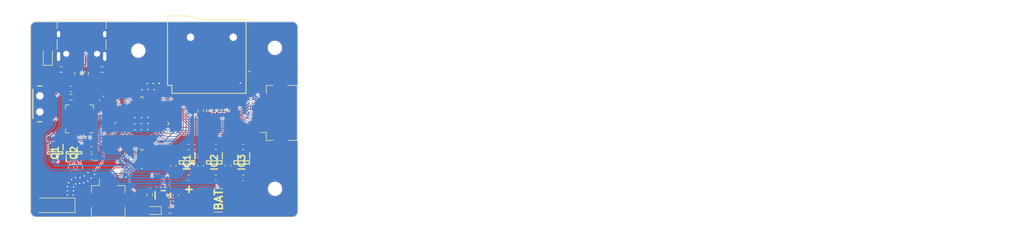
<source format=kicad_pcb>
(kicad_pcb (version 20240108) (generator "pcbnew") (generator_version "8.0")
  (layers (0 "F.Cu" signal) (31 "B.Cu" signal) (34 "B.Paste" user) (35 "F.Paste" user) (36 "B.SilkS" user "B.Silkscreen") (37 "F.SilkS" user "F.Silkscreen") (38 "B.Mask" user) (39 "F.Mask" user) (44 "Edge.Cuts" user))
  (net 0 "")
  (net 1 "Net-(AE1-A)")
  (net 2 "GND")
  (net 3 "/EN")
  (net 4 "+3.3V")
  (net 5 "/SENSOR_VP")
  (net 6 "/SENSOR_CAPP")
  (net 7 "/SENSOR_CAPN")
  (net 8 "/SENSOR_VM")
  (net 9 "/SENSOR_INT")
  (net 10 "/SENSOR_SDA")
  (net 11 "/SENSOR_SCL")
  (net 13 "/SD_MISO")
  (net 15 "/SD_CLK")
  (net 16 "/KEY_D")
  (net 17 "/SD_MOSI")
  (net 18 "/SD_CS")
  (net 19 "/LCD_DC")
  (net 20 "/GPIO_0")
  (net 21 "/LCD_RES")
  (net 22 "/FLASH_CS")
  (net 24 "/FLASH_SD0")
  (net 25 "/KEY_E")
  (net 26 "/KEY_U")
  (net 27 "/FLASH_SD2")
  (net 28 "/FLASH_CLK")
  (net 29 "/FLASH_SD3")
  (net 30 "/FLASH_SD1")
  (net 31 "/LCD_BLK")
  (net 32 "/LCD_CLK")
  (net 33 "/LCD_MOSI")
  (net 34 "/KEY_L")
  (net 36 "/U0RXD")
  (net 37 "/U0TXD")
  (net 38 "/KEY_R")
  (net 43 "+5V")
  (net 44 "/BAT_OUT")
  (net 45 "/SENSOR_VCC")
  (net 46 "/LCD_VCC")
  (net 47 "Net-(IC1-BYPASS)")
  (net 48 "Net-(IC2-BYPASS)")
  (net 49 "Net-(IC3-BYPASS)")
  (net 50 "Net-(D1-A)")
  (net 51 "Net-(J1-CC1)")
  (net 52 "Net-(J1-D+-PadA6)")
  (net 53 "Net-(J1-D--PadA7)")
  (net 55 "Net-(J1-CC2)")
  (net 57 "Net-(Q1-B)")
  (net 58 "/RTS")
  (net 59 "Net-(Q2-B)")
  (net 60 "/DTR")
  (net 61 "Net-(U2-~{RST})")
  (net 62 "/USB_DN")
  (net 63 "/USB_DP")
  (net 86 "/BAT+")
  (net 87 "Net-(D2-K)")
  (net 88 "Net-(D2-A)")
  (net 89 "Net-(U3-PROG)")
  (net 90 "/LCD_CS")
  (net 91 "/LCD_TE")
  (net 93 "/SENSOR_LED")
  (footprint "Resistor_SMD:R_0603_1608Metric" (layer "F.Cu") (at 32.839041 47.130152 180)
    (property "Reference" "R4" (hide yes))
    (property "Value" "12K" (hide yes))
  )
  (footprint "Library:SOT95P280X145-5N" (layer "F.Cu") (at 68.059041 51.590152 -90)
    (property "Reference" "IC3")
    (property "Value" "LP2992IM5-3.3" (hide yes))
  )
  (footprint "Resistor_SMD:R_0603_1608Metric" (layer "F.Cu") (at 60.399041 41.895152 -90)
    (property "Reference" "R9" (hide yes))
    (property "Value" "10K" (hide yes))
  )
  (footprint "Resistor_SMD:R_0603_1608Metric" (layer "F.Cu") (at 37.324041 34.940152 -90)
    (property "Reference" "R7" (hide yes))
    (property "Value" "22R" (hide yes))
  )
  (footprint "Capacitor_SMD:C_0603_1608Metric" (layer "F.Cu") (at 65.499041 52.210152 90)
    (property "Reference" "C14" (hide yes))
    (property "Value" "0.01uF" (hide yes))
  )
  (footprint "Resistor_SMD:R_0603_1608Metric" (layer "F.Cu") (at 62.039041 41.895152 -90)
    (property "Reference" "R10" (hide yes))
    (property "Value" "10K" (hide yes))
  )
  (footprint "Capacitor_SMD:C_0603_1608Metric" (layer "F.Cu") (at 55.725541 57.719152 -90)
    (property "Reference" "C15" (hide yes))
    (property "Value" "10uF" (hide yes))
  )
  (footprint "kicad_lceda1:TF卡槽" (layer "F.Cu") (at 61.529041 33.500152 180)
    (property "Reference" "TF1" (hide yes))
    (property "Value" "TF卡槽" (hide yes))
  )
  (footprint "Resistor_SMD:R_0603_1608Metric" (layer "F.Cu") (at 54.624041 60.590152)
    (property "Reference" "R13" (hide yes))
    (property "Value" "10K" (hide yes))
  )
  (footprint "Capacitor_SMD:C_0603_1608Metric" (layer "F.Cu") (at 63.234041 48.705152 180)
    (property "Reference" "C7" (hide yes))
    (property "Value" "1uF" (hide yes))
  )
  (footprint "Resistor_SMD:R_2816_7142Metric_Pad3.20x4.45mm_HandSolder" (layer "F.Cu") (at 63.679041 58.695152)
    (property "Reference" "J4" (hide yes))
    (property "Value" "BattaryPack_18650" (hide yes))
  )
  (footprint "MountingHole:MountingHole_2.2mm_M2" (layer "F.Cu") (at 74.309041 56.530152)
    (property "Reference" "H3" (hide yes))
    (property "Value" "MountingHole" (hide yes))
  )
  (footprint "Library:SOT95P280X145-5N" (layer "F.Cu") (at 57.819041 51.590152 -90)
    (property "Reference" "IC1")
    (property "Value" "LP2992IM5-3.3" (hide yes))
  )
  (footprint "Package_DFN_QFN:QFN-28-1EP_5x5mm_P0.5mm_EP3.35x3.35mm" (layer "F.Cu") (at 37.689041 43.430152 180)
    (property "Reference" "U2" (hide yes))
    (property "Value" "CP2102N-Axx-xQFN28" (hide yes))
  )
  (footprint "Resistor_SMD:R_0603_1608Metric" (layer "F.Cu") (at 65.319041 41.895152 -90)
    (property "Reference" "R12" (hide yes))
    (property "Value" "10K" (hide yes))
  )
  (footprint "Capacitor_SMD:C_0603_1608Metric" (layer "F.Cu") (at 63.234041 54.475152 180)
    (property "Reference" "C10" (hide yes))
    (property "Value" "1uF" (hide yes))
  )
  (footprint "Capacitor_SMD:C_0603_1608Metric" (layer "F.Cu") (at 36.059041 37.840152)
    (property "Reference" "C4" (hide yes))
    (property "Value" "0.1uF" (hide yes))
  )
  (footprint "Capacitor_SMD:C_0603_1608Metric" (layer "F.Cu") (at 68.354041 54.475152 180)
    (property "Reference" "C11" (hide yes))
    (property "Value" "1uF" (hide yes))
  )
  (footprint "Capacitor_SMD:C_0603_1608Metric" (layer "F.Cu") (at 58.114041 54.475152 180)
    (property "Reference" "C9" (hide yes))
    (property "Value" "1uF" (hide yes))
  )
  (footprint "Library:SOT95P280X145-5N" (layer "F.Cu") (at 62.939041 51.590152 -90)
    (property "Reference" "IC2")
    (property "Value" "LP2992IM5-3.3" (hide yes))
  )
  (footprint "RF_Antenna:Johanson_2450AT43F0100" (layer "F.Cu") (at 33.146541 59.620152 180)
    (property "Reference" "AE1" (hide yes))
    (property "Value" "Antenna_Shield" (hide yes))
  )
  (footprint "Package_DFN_QFN:QFN-48-1EP_7x7mm_P0.5mm_EP5.3x5.3mm" (layer "F.Cu") (at 49.379041 44.300009 45)
    (property "Reference" "U1" (hide yes))
    (property "Value" "ESP32-PICO-D4" (hide yes))
  )
  (footprint "Capacitor_SMD:C_0603_1608Metric" (layer "F.Cu") (at 60.379041 52.210152 90)
    (property "Reference" "C13" (hide yes))
    (property "Value" "0.01uF" (hide yes))
  )
  (footprint "LED_SMD:LED_0603_1608Metric" (layer "F.Cu") (at 51.519041 60.610152 180)
    (property "Reference" "D2" (hide yes))
    (property "Value" "LED" (hide yes))
  )
  (footprint "Connector_FFC-FPC:Hirose_FH12-14S-0.5SH_1x14-1MP_P0.50mm_Horizontal" (layer "F.Cu") (at 73.969041 42.320152 90)
    (property "Reference" "J2" (hide yes))
    (property "Value" "LCD&KEYS" (hide yes))
  )
  (footprint "Capacitor_SMD:C_0603_1608Metric" (layer "F.Cu") (at 53.314041 55.100152)
    (property "Reference" "C16" (hide yes))
    (property "Value" "1uF" (hide yes))
  )
  (footprint "Resistor_SMD:R_0603_1608Metric" (layer "F.Cu") (at 36.939041 52.480152)
    (property "Reference" "R3" (hide yes))
    (property "Value" "12K" (hide yes))
  )
  (footprint "Library:SOT95P240X115-3N" (layer "F.Cu") (at 33.109041 49.800152 -90)
    (property "Reference" "Q1")
    (property "Value" "S8050" (hide yes))
  )
  (footprint "MountingHole:MountingHole_2.2mm_M2" (layer "F.Cu") (at 48.709041 30.660152)
    (property "Reference" "H1" (hide yes))
    (property "Value" "MountingHole" (hide yes))
  )
  (footprint "Capacitor_SMD:C_0603_1608Metric" (layer "F.Cu") (at 58.114041 48.705152 180)
    (property "Reference" "C8" (hide yes))
    (property "Value" "1uF" (hide yes))
  )
  (footprint "kicad_lceda1:SOT-23-5_L2.9-W1.6-P0.95-LS2.8-BL" (layer "F.Cu") (at 53.369041 57.760152)
    (property "Reference" "U3" (hide yes))
    (property "Value" "TP4055-42-SOT25-R" (hide yes))
  )
  (footprint "Library:SOT95P240X115-3N" (layer "F.Cu") (at 36.669041 49.800152 90)
    (property "Reference" "Q2")
    (property "Value" "S8050" (hide yes))
  )
  (footprint "Resistor_SMD:R_0603_1608Metric" (layer "F.Cu") (at 36.054041 39.370152 180)
    (property "Reference" "R2" (hide yes))
    (property "Value" "10K" (hide yes))
  )
  (footprint "Capacitor_SMD:C_0603_1608Metric" (layer "F.Cu") (at 41.809041 39.600152 -45)
    (property "Reference" "C5" (hide yes))
    (property "Value" "0.1uF" (hide yes))
  )
  (footprint "Resistor_SMD:R_0603_1608Metric" (layer "F.Cu") (at 38.844041 34.940152 -90)
    (property "Reference" "R8" (hide yes))
    (property "Value" "22R" (hide yes))
  )
  (footprint "SamacSys_Parts:SSSS811101" (layer "F.Cu") (at 30.259041 40.630152 -90)
    (property "Reference" "S1" (hide yes))
    (property "Value" "SSSS811101" (hide yes))
  )
  (footprint "MountingHole:MountingHole_2.2mm_M2" (layer "F.Cu") (at 74.279041 30.130152)
    (property "Reference" "H2" (hide yes))
    (property "Value" "MountingHole" (hide yes))
  )
  (footprint "Resistor_SMD:R_0603_1608Metric" (layer "F.Cu") (at 63.679041 41.895152 -90)
    (property "Reference" "R11" (hide yes))
    (property "Value" "10K" (hide yes))
  )
  (footprint "Capacitor_SMD:C_0603_1608Metric" (layer "F.Cu") (at 39.939041 50.640152 180)
    (property "Reference" "C2" (hide yes))
    (property "Value" "10uF" (hide yes))
  )
  (footprint "Capacitor_SMD:C_0603_1608Metric" (layer "F.Cu") (at 39.939041 49.130152 180)
    (property "Reference" "C3" (hide yes))
    (property "Value" "0.1uF" (hide yes))
  )
  (footprint "Diode_SMD:D_SOD-323" (layer "F.Cu") (at 31.749041 31.797652 90)
    (property "Reference" "D1" (hide yes))
    (property "Value" "1N4148WS" (hide yes))
  )
  (footprint "Resistor_SMD:R_0603_1608Metric" (layer "F.Cu") (at 41.934041 34.195152)
    (property "Reference" "R5" (hide yes))
    (property "Value" "5K1" (hide yes))
  )
  (footprint "Capacitor_SMD:C_0603_1608Metric" (layer "F.Cu") (at 68.354041 48.705152 180)
    (property "Reference" "C6" (hide yes))
    (property "Value" "1uF" (hide yes))
  )
  (footprint "Resistor_SMD:R_0603_1608Metric" (layer "F.Cu") (at 50.845541 57.644152 -90)
    (property "Reference" "R14" (hide yes))
    (property "Value" "1.66K" (hide yes))
  )
  (footprint "Resistor_SMD:R_0603_1608Metric" (layer "F.Cu") (at 34.249041 34.185152 180)
    (property "Reference" "R6" (hide yes))
    (property "Value" "5K1" (hide yes))
  )
  (footprint "Resistor_SMD:R_0603_1608Metric" (layer "F.Cu") (at 46.888103 50.649984 45)
    (property "Reference" "R1" (hide yes))
    (property "Value" "10K" (hide yes))
  )
  (footprint "Connector_FFC-FPC:Hirose_FH12-6S-0.5SH_1x06-1MP_P0.50mm_Horizontal" (layer "F.Cu") (at 43.059041 57.240152)
    (property "Reference" "J3" (hide yes))
    (property "Value" "Sensor_Connector" (hide yes))
  )
  (footprint "Capacitor_SMD:C_0603_1608Metric" (layer "F.Cu") (at 45.791111 49.586976 -135)
    (property "Reference" "C1" (hide yes))
    (property "Value" "0.1uF" (hide yes))
  )
  (footprint "Connector_USB:USB_C_Receptacle_XKB_U262-16XN-4BVC11" (layer "F.Cu") (at 38.089041 28.645152 180)
    (property "Reference" "J1" (hide yes))
    (property "Value" "USB_C_Receptacle" (hide yes))
  )
  (footprint "Capacitor_SMD:C_0603_1608Metric" (layer "F.Cu") (at 55.259041 52.210152 90)
    (property "Reference" "C12" (hide yes))
    (property "Value" "0.01uF" (hide yes))
  )
  (gr_arc (start 28.536148 26.277259) (mid 28.829039 25.570149) (end 29.536148 25.277259) (stroke (width 0.1)) (layer "Edge.Cuts"))
  (gr_arc (start 29.536148 61.777257) (mid 28.829034 61.484369) (end 28.536148 60.777257) (stroke (width 0.1)) (layer "Edge.Cuts"))
  (gr_line (start 29.536148 25.277259) (end 77.536146 25.277259) (stroke (width 0.1)) (layer "Edge.Cuts"))
  (gr_line (start 77.546934 61.788045) (end 29.536148 61.777257) (stroke (width 0.1)) (layer "Edge.Cuts"))
  (gr_arc (start 77.536146 25.277259) (mid 78.243238 25.570166) (end 78.536146 26.277259) (stroke (width 0.1)) (layer "Edge.Cuts"))
  (gr_arc (start 78.546934 60.788045) (mid 78.254062 61.495199) (end 77.546934 61.788045) (stroke (width 0.1)) (layer "Edge.Cuts"))
  (gr_line (start 28.536148 60.777257) (end 28.536148 26.277259) (stroke (width 0.1)) (layer "Edge.Cuts"))
  (gr_line (start 78.536146 26.277259) (end 78.546934 60.788045) (stroke (width 0.1)) (layer "Edge.Cuts"))
  (gr_text "+" (at 57.079041 57.420152 0) (layer "F.SilkS") (effects (font (size 1.5 1.5) (thickness 0.3) (bold yes)) (justify left bottom)))
  (gr_text "BAT" (at 64.629041 60.770152 90) (layer "F.SilkS") (effects (font (size 1.5 1.5) (thickness 0.3) (bold yes)) (justify left bottom)))
  (segment (start 37.889914 54.980152) (end 37.33301 54.980152) (width 0.15) (layer "F.Cu") (net 1))
  (segment (start 40.709041 52.930152) (end 40.699065 52.939201) (width 0.15) (layer "F.Cu") (net 1))
  (segment (start 35.996541 56.161457) (end 35.996541 59.620152) (width 0.15) (layer "F.Cu") (net 1))
  (segment (start 42.169041 50.545494) (end 42.169041 48.971638) (width 0.15) (layer "F.Cu") (net 1))
  (segment (start 41.515207 52.123987) (end 40.709041 52.930152) (width 0.15) (layer "F.Cu") (net 1))
  (segment (start 36.319041 55.400152) (end 36.306823 55.41237) (width 0.15) (layer "F.Cu") (net 1))
  (segment (start 45.348532 45.148537) (end 42.624142 47.872927) (width 0.15) (layer "F.Cu") (net 1))
  (segment (start 40.699065 52.939201) (end 39.201314 54.436952) (width 0.15) (layer "F.Cu") (net 1))
  (arc (start 37.33301 54.980152) (mid 36.784254 55.089306) (end 36.319041 55.400152) (width 0.15) (layer "F.Cu") (net 1))
  (arc (start 42.624142 47.872927) (mid 42.287318 48.37702) (end 42.169041 48.971638) (width 0.15) (layer "F.Cu") (net 1))
  (arc (start 36.306823 55.41237) (mid 36.077181 55.756054) (end 35.996541 56.161457) (width 0.15) (layer "F.Cu") (net 1))
  (arc (start 39.201314 54.436952) (mid 38.599639 54.838979) (end 37.889914 54.980152) (width 0.15) (layer "F.Cu") (net 1))
  (arc (start 42.169041 50.545494) (mid 41.999115 51.399768) (end 41.515207 52.123987) (width 0.15) (layer "F.Cu") (net 1))
  (via (at 38.604041 54.120152) (size 0.45) (drill 0.25) (layers "F.Cu" "B.Cu") (net 2))
  (via (at 35.654041 55.395152) (size 0.45) (drill 0.25) (layers "F.Cu" "B.Cu") (net 2))
  (via (at 39.854041 54.520152) (size 0.45) (drill 0.25) (layers "F.Cu" "B.Cu") (net 2))
  (via (at 35.429041 57.695152) (size 0.45) (drill 0.25) (layers "F.Cu" "B.Cu") (net 2))
  (via (at 36.579041 56.170152) (size 0.45) (drill 0.25) (layers "F.Cu" "B.Cu") (net 2))
  (via (at 36.529041 57.695152) (size 0.45) (drill 0.25) (layers "F.Cu" "B.Cu") (net 2))
  (via (at 40.504041 53.845152) (size 0.45) (drill 0.25) (layers "F.Cu" "B.Cu") (net 2))
  (via (at 52.604041 36.795152) (size 0.45) (drill 0.25) (layers "F.Cu" "B.Cu") (net 2))
  (via (at 46.379041 54.345152) (size 0.45) (drill 0.25) (layers "F.Cu" "B.Cu") (net 2))
  (via (at 49.279041 45.470152) (size 0.45) (drill 0.25) (layers "F.Cu" "B.Cu") (net 2))
  (via (at 36.554041 56.920152) (size 0.45) (drill 0.25) (layers "F.Cu" "B.Cu") (net 2))
  (via (at 38.479041 55.420152) (size 0.45) (drill 0.25) (layers "F.Cu" "B.Cu") (net 2))
  (via (at 49.279041 44.320152) (size 0.45) (drill 0.25) (layers "F.Cu" "B.Cu") (net 2))
  (via (at 49.429041 37.995152) (size 0.45) (drill 0.25) (layers "F.Cu" "B.Cu") (net 2))
  (via (at 49.304041 43.195152) (size 0.45) (drill 0.25) (layers "F.Cu" "B.Cu") (net 2))
  (via (at 51.529041 36.820152) (size 0.45) (drill 0.25) (layers "F.Cu" "B.Cu") (net 2))
  (via (at 69.504041 34.570152) (size 0.45) (drill 0.25) (layers "F.Cu" "B.Cu") (net 2))
  (via (at 39.254041 55.095152) (size 0.45) (drill 0.25) (layers "F.Cu" "B.Cu") (net 2))
  (via (at 51.704041 37.970152) (size 0.45) (drill 0.25) (layers "F.Cu" "B.Cu") (net 2))
  (via (at 39.279041 53.495152) (size 0.45) (drill 0.25) (layers "F.Cu" "B.Cu") (net 2))
  (via (at 36.954041 54.495152) (size 0.45) (drill 0.25) (layers "F.Cu" "B.Cu") (net 2))
  (via (at 48.004041 44.345152) (size 0.45) (drill 0.25) (layers "F.Cu" "B.Cu") (net 2))
  (via (at 49.329041 52.720152) (size 0.45) (drill 0.25) (layers "F.Cu" "B.Cu") (net 2))
  (via (at 50.479041 44.295152) (size 0.45) (drill 0.25) (layers "F.Cu" "B.Cu") (net 2))
  (via (at 50.529041 37.945152) (size 0.45) (drill 0.25) (layers "F.Cu" "B.Cu") (net 2))
  (via (at 50.404041 36.820152) (size 0.45) (drill 0.25) (layers "F.Cu" "B.Cu") (net 2))
  (via (at 37.704041 55.520152) (size 0.45) (drill 0.25) (layers "F.Cu" "B.Cu") (net 2))
  (via (at 36.204041 54.795152) (size 0.45) (drill 0.25) (layers "F.Cu" "B.Cu") (net 2))
  (via (at 37.804041 54.420152) (size 0.45) (drill 0.25) (layers "F.Cu" "B.Cu") (net 2))
  (via (at 48.004041 45.495152) (size 0.45) (drill 0.25) (layers "F.Cu" "B.Cu") (net 2))
  (via (at 35.454041 56.120152) (size 0.45) (drill 0.25) (layers "F.Cu" "B.Cu") (net 2))
  (via (at 67.829041 36.745152) (size 0.45) (drill 0.25) (layers "F.Cu" "B.Cu") (net 2))
  (via (at 50.504041 43.170152) (size 0.45) (drill 0.25) (layers "F.Cu" "B.Cu") (net 2))
  (via (at 36.954041 55.620152) (size 0.45) (drill 0.25) (layers "F.Cu" "B.Cu") (net 2))
  (via (at 50.479041 45.445152) (size 0.45) (drill 0.25) (layers "F.Cu" "B.Cu") (net 2))
  (via (at 48.029041 43.220152) (size 0.45) (drill 0.25) (layers "F.Cu" "B.Cu") (net 2))
  (via (at 35.429041 56.920152) (size 0.45) (drill 0.25) (layers "F.Cu" "B.Cu") (net 2))
  (via (at 52.604041 36.795152) (size 0.45) (drill 0.25) (layers "F.Cu" "B.Cu") (net 2))
  (segment (start 47.823406 47.623411) (end 47.186665 48.260152) (width 0.15) (layer "F.Cu") (net 3))
  (segment (start 33.139041 50.900152) (end 33.629041 51.390152) (width 0.15) (layer "F.Cu") (net 3))
  (segment (start 47.471466 50.066621) (end 46.443813 49.038968) (width 0.15) (layer "F.Cu") (net 3))
  (segment (start 46.443813 49.038968) (end 46.339119 49.038968) (width 0.15) (layer "F.Cu") (net 3))
  (segment (start 44.958595 51.480152) (end 46.339119 50.099628) (width 0.15) (layer "F.Cu") (net 3))
  (segment (start 44.799041 51.480152) (end 44.958595 51.480152) (width 0.15) (layer "F.Cu") (net 3))
  (segment (start 47.117935 48.260152) (end 46.339119 49.038968) (width 0.15) (layer "F.Cu") (net 3))
  (segment (start 46.339119 50.099628) (end 46.339119 49.038968) (width 0.15) (layer "F.Cu") (net 3))
  (segment (start 47.186665 48.260152) (end 47.117935 48.260152) (width 0.15) (layer "F.Cu") (net 3))
  (segment (start 33.109041 50.900152) (end 33.139041 50.900152) (width 0.15) (layer "F.Cu") (net 3))
  (via (at 44.799041 51.480152) (size 0.45) (drill 0.25) (layers "F.Cu" "B.Cu") (net 3))
  (via (at 33.629041 51.390152) (size 0.45) (drill 0.25) (layers "F.Cu" "B.Cu") (net 3))
  (segment (start 33.629041 51.390152) (end 44.709041 51.390152) (width 0.15) (layer "B.Cu") (net 3))
  (segment (start 44.709041 51.390152) (end 44.799041 51.480152) (width 0.15) (layer "B.Cu") (net 3))
  (segment (start 64.669041 38.960152) (end 64.669041 41.105152) (width 0.15) (layer "F.Cu") (net 4))
  (segment (start 46.291131 45.620152) (end 46.055639 45.855644) (width 0.15) (layer "F.Cu") (net 4))
  (segment (start 47.167628 42.442149) (end 46.762746 42.037267) (width 0.15) (layer "F.Cu") (net 4))
  (segment (start 48.204041 39.235922) (end 48.204041 37.370152) (width 0.2) (layer "F.Cu") (net 4))
  (segment (start 63.404041 42.020152) (end 63.404041 42.445152) (width 0.3) (layer "F.Cu") (net 4))
  (segment (start 46.055639 45.855644) (end 44.479041 47.432242) (width 0.15) (layer "F.Cu") (net 4))
  (segment (start 58.769041 54.355152) (end 58.889041 54.475152) (width 0.3) (layer "F.Cu") (net 4))
  (segment (start 45.946392 43.737504) (end 44.994979 44.688917) (width 0.15) (layer "F.Cu") (net 4))
  (segment (start 49.05208 40.561107) (end 47.476038 42.137149) (width 0.15) (layer "F.Cu") (net 4))
  (segment (start 71.129041 39.070152) (end 71.104041 39.045152) (width 0.15) (layer "F.Cu") (net 4))
  (segment (start 45.946392 43.342233) (end 45.946392 43.737504) (width 0.15) (layer "F.Cu") (net 4))
  (segment (start 64.779041 36.795152) (end 64.779041 38.850152) (width 0.2) (layer "F.Cu") (net 4))
  (segment (start 48.204041 37.370152) (end 49.554041 36.020152) (width 0.2) (layer "F.Cu") (net 4))
  (segment (start 59.479041 42.770152) (end 60.349041 42.770152) (width 0.3) (layer "F.Cu") (net 4))
  (segment (start 49.05208 40.083961) (end 49.05208 40.561107) (width 0.15) (layer "F.Cu") (net 4))
  (segment (start 40.714041 49.130152) (end 40.714041 50.640152) (width 0.15) (layer "F.Cu") (net 4))
  (segment (start 65.254041 41.895152) (end 65.254041 42.655152) (width 0.3) (layer "F.Cu") (net 4))
  (segment (start 69.754041 39.770152) (end 68.269041 39.770152) (width 0.3) (layer "F.Cu") (net 4))
  (segment (start 62.039041 42.720152) (end 62.039041 42.260152) (width 0.3) (layer "F.Cu") (net 4))
  (segment (start 45.702086 43.097927) (end 45.946392 43.342233) (width 0.15) (layer "F.Cu") (net 4))
  (segment (start 41.454041 48.320152) (end 41.004041 48.320152) (width 0.15) (layer "F.Cu") (net 4))
  (segment (start 60.399041 42.720152) (end 62.039041 42.720152) (width 0.3) (layer "F.Cu") (net 4))
  (segment (start 45.870099 45.334078) (end 45.702086 45.502091) (width 0.15) (layer "F.Cu") (net 4))
  (segment (start 44.994979 44.794984) (end 45.162993 44.62697) (width 0.15) (layer "F.Cu") (net 4))
  (segment (start 64.669041 41.105152) (end 63.754041 42.020152) (width 0.15) (layer "F.Cu") (net 4))
  (segment (start 44.479041 47.995152) (end 44.479041 48.370152) (width 0.15) (layer "F.Cu") (net 4))
  (segment (start 45.8701 43.265941) (end 46.347246 43.265941) (width 0.15) (layer "F.Cu") (net 4))
  (segment (start 51.777737 46.345152) (end 51.329041 46.345152) (width 0.15) (layer "F.Cu") (net 4))
  (segment (start 51.995336 46.562751) (end 51.777737 46.345152) (width 0.15) (layer "F.Cu") (net 4))
  (segment (start 51.329041 46.345152) (end 49.404041 48.270152) (width 0.15) (layer "F.Cu") (net 4))
  (segment (start 58.769041 52.840152) (end 58.769041 51.955152) (width 0.3) (layer "F.Cu") (net 4))
  (segment (start 45.870099 44.84121) (end 45.870099 45.334078) (width 0.15) (layer "F.Cu") (net 4))
  (segment (start 63.404041 42.445152) (end 63.679041 42.720152) (width 0.3) (layer "F.Cu") (net 4))
  (segment (start 44.994979 44.688917) (end 44.994979 44.794984) (width 0.15) (layer "F.Cu") (net 4))
  (segment (start 47.154041 50.845152) (end 46.765846 51.233347) (width 0.15) (layer "F.Cu") (net 4))
  (segment (start 47.171038 42.442149) (end 47.167628 42.442149) (width 0.15) (layer "F.Cu") (net 4))
  (segment (start 45.162993 44.62697) (end 45.655859 44.62697) (width 0.15) (layer "F.Cu") (net 4))
  (segment (start 58.769041 52.840152) (end 58.769041 54.355152) (width 0.3) (layer "F.Cu") (net 4))
  (segment (start 44.994979 44.794984) (end 44.979209 44.794984) (width 0.15) (layer "F.Cu") (net 4))
  (segment (start 40.714041 48.610152) (end 40.714041 49.130152) (width 0.15) (layer "F.Cu") (net 4))
  (segment (start 46.765846 51.233347) (end 46.30474 51.233347) (width 0.15) (layer "F.Cu") (net 4))
  (segment (start 44.479041 48.370152) (end 45.279041 49.170152) (width 0.15) (layer "F.Cu") (net 4))
  (segment (start 63.754041 42.020152) (end 63.404041 42.020152) (width 0.15) (layer "F.Cu") (net 4))
  (segment (start 58.769041 51.955152) (end 58.954041 51.770152) (width 0.3) (layer "F.Cu") (net 4))
  (segment (start 49.554041 36.020152) (end 64.004041 36.020152) (width 0.2) (layer "F.Cu") (net 4))
  (segment (start 45.702086 43.097927) (end 45.8701 43.265941) (width 0.15) (layer "F.Cu") (net 4))
  (segment (start 47.476038 42.137149) (end 47.171038 42.442149) (width 0.15) (layer "F.Cu") (net 4))
  (segment (start 64.004041 36.020152) (end 64.779041 36.795152) (width 0.2) (layer "F.Cu") (net 4))
  (segment (start 44.979209 44.794984) (end 41.454041 48.320152) (width 0.15) (layer "F.Cu") (net 4))
  (segment (start 46.679041 45.620152) (end 46.291131 45.620152) (width 0.15) (layer "F.Cu") (net 4))
  (segment (start 48.884066 39.915947) (end 48.204041 39.235922) (width 0.2) (layer "F.Cu") (net 4))
  (segment (start 72.119041 39.070152) (end 71.129041 39.070152) (width 0.15) (layer "F.Cu") (net 4))
  (segment (start 60.349041 42.770152) (end 60.399041 42.720152) (width 0.3) (layer "F.Cu") (net 4))
  (segment (start 44.479041 47.432242) (end 44.479041 47.995152) (width 0.15) (layer "F.Cu") (net 4))
  (segment (start 62.039041 42.260152) (end 62.254041 42.045152) (width 0.3) (layer "F.Cu") (net 4))
  (segment (start 45.655859 44.62697) (end 45.870099 44.84121) (width 0.15) (layer "F.Cu") (net 4))
  (segment (start 41.004041 48.320152) (end 40.714041 48.610152) (width 0.15) (layer "F.Cu") (net 4))
  (segment (start 46.347246 43.265941) (end 47.476038 42.137149) (width 0.15) (layer "F.Cu") (net 4))
  (segment (start 51.995336 46.562751) (end 51.995336 46.585993) (width 0.15) (layer "F.Cu") (net 4))
  (segment (start 64.779041 38.850152) (end 64.669041 38.960152) (width 0.15) (layer "F.Cu") (net 4))
  (segment (start 49.329041 48.270152) (end 46.679041 45.620152) (width 0.15) (layer "F.Cu") (net 4))
  (segment (start 46.055639 45.855644) (end 45.702086 45.502091) (width 0.15) (layer "F.Cu") (net 4))
  (segment (start 51.995336 46.585993) (end 52.559509 47.150166) (width 0.15) (layer "F.Cu") (net 4))
  (segment (start 48.884066 39.915947) (end 49.05208 40.083961) (width 0.15) (layer "F.Cu") (net 4))
  (segment (start 49.404041 48.270152) (end 49.329041 48.270152) (width 0.15) (layer "F.Cu") (net 4))
  (segment (start 68.269041 39.770152) (end 65.319041 42.720152) (width 0.3) (layer "F.Cu") (net 4))
  (segment (start 65.254041 42.655152) (end 65.319041 42.720152) (width 0.3) (layer "F.Cu") (net 4))
  (via (at 69.754041 39.770152) (size 0.45) (drill 0.3) (layers "F.Cu" "B.Cu") (net 4))
  (via (at 47.154041 50.845152) (size 0.45) (drill 0.25) (layers "F.Cu" "B.Cu") (net 4))
  (via (at 45.279041 49.170152) (size 0.45) (drill 0.25) (layers "F.Cu" "B.Cu") (net 4))
  (via (at 62.254041 42.045152) (size 0.45) (drill 0.3) (layers "F.Cu" "B.Cu") (net 4))
  (via (at 52.559509 47.150166) (size 0.45) (drill 0.25) (layers "F.Cu" "B.Cu") (net 4))
  (via (at 59.479041 42.770152) (size 0.45) (drill 0.3) (layers "F.Cu" "B.Cu") (net 4))
  (via (at 71.104041 39.045152) (size 0.45) (drill 0.3) (layers "F.Cu" "B.Cu") (net 4))
  (via (at 63.404041 42.020152) (size 0.45) (drill 0.3) (layers "F.Cu" "B.Cu") (net 4))
  (via (at 58.954041 51.770152) (size 0.45) (drill 0.3) (layers "F.Cu" "B.Cu") (net 4))
  (via (at 65.254041 41.895152) (size 0.45) (drill 0.3) (layers "F.Cu" "B.Cu") (net 4))
  (segment (start 59.479041 51.245152) (end 59.479041 42.770152) (width 0.3) (layer "B.Cu") (net 4))
  (segment (start 47.154041 50.845152) (end 46.954041 50.845152) (width 0.15) (layer "B.Cu") (net 4))
  (segment (start 58.954041 51.770152) (end 59.479041 51.245152) (width 0.3) (layer "B.Cu") (net 4))
  (segment (start 63.404041 42.020152) (end 65.129041 42.020152) (width 0.3) (layer "B.Cu") (net 4))
  (segment (start 70.379041 39.770152) (end 69.754041 39.770152) (width 0.3) (layer "B.Cu") (net 4))
  (segment (start 63.379041 42.045152) (end 63.404041 42.020152) (width 0.3) (layer "B.Cu") (net 4))
  (segment (start 46.954041 50.845152) (end 45.279041 49.170152) (width 0.15) (layer "B.Cu") (net 4))
  (segment (start 65.129041 42.020152) (end 65.254041 41.895152) (width 0.3) (layer "B.Cu") (net 4))
  (segment (start 71.104041 39.045152) (end 70.379041 39.770152) (width 0.3) (layer "B.Cu") (net 4))
  (segment (start 62.254041 42.045152) (end 63.379041 42.045152) (width 0.3) (layer "B.Cu") (net 4))
  (segment (start 44.304041 52.595152) (end 44.954041 52.595152) (width 0.15) (layer "F.Cu") (net 9))
  (segment (start 48.154041 49.020152) (end 48.154041 48.70699) (width 0.15) (layer "F.Cu") (net 9))
  (segment (start 42.309041 54.590152) (end 44.304041 52.595152) (width 0.15) (layer "F.Cu") (net 9))
  (segment (start 42.309041 55.390152) (end 42.309041 54.590152) (width 0.15) (layer "F.Cu") (net 9))
  (segment (start 46.454041 52.595152) (end 47.704041 51.345152) (width 0.15) (layer "F.Cu") (net 9))
  (segment (start 48.154041 48.70699) (end 48.530513 48.330518) (width 0.15) (layer "F.Cu") (net 9))
  (segment (start 44.954041 52.595152) (end 46.454041 52.595152) (width 0.15) (layer "F.Cu") (net 9))
  (via (at 47.704041 51.345152) (size 0.45) (drill 0.25) (layers "F.Cu" "B.Cu") (net 9))
  (via (at 48.154041 49.020152) (size 0.45) (drill 0.25) (layers "F.Cu" "B.Cu") (net 9))
  (segment (start 48.154041 50.895152) (end 48.154041 49.020152) (width 0.15) (layer "B.Cu") (net 9))
  (segment (start 47.704041 51.345152) (end 48.154041 50.895152) (width 0.15) (layer "B.Cu") (net 9))
  (segment (start 48.689041 49.550152) (end 48.689041 48.879096) (width 0.15) (layer "F.Cu") (net 10))
  (segment (start 49.049041 51.290152) (end 49.049041 49.910152) (width 0.15) (layer "F.Cu") (net 10))
  (segment (start 44.259041 53.640152) (end 46.699041 53.640152) (width 0.15) (layer "F.Cu") (net 10))
  (segment (start 43.309041 54.590152) (end 44.259041 53.640152) (width 0.15) (layer "F.Cu") (net 10))
  (segment (start 43.309041 55.390152) (end 43.309041 54.590152) (width 0.15) (layer "F.Cu") (net 10))
  (segment (start 49.049041 49.910152) (end 48.689041 49.550152) (width 0.15) (layer "F.Cu") (net 10))
  (segment (start 46.699041 53.640152) (end 49.049041 51.290152) (width 0.15) (layer "F.Cu") (net 10))
  (segment (start 48.689041 48.879096) (end 48.884066 48.684071) (width 0.15) (layer "F.Cu") (net 10))
  (segment (start 50.519041 50.315126) (end 50.519041 49.329096) (width 0.15) (layer "F.Cu") (net 11))
  (segment (start 42.809041 56.340152) (end 43.219041 56.750152) (width 0.15) (layer "F.Cu") (net 11))
  (segment (start 47.049041 55.970152) (end 47.049041 53.785126) (width 0.15) (layer "F.Cu") (net 11))
  (segment (start 50.519041 49.329096) (end 49.874016 48.684071) (width 0.15) (layer "F.Cu") (net 11))
  (segment (start 46.269041 56.750152) (end 47.049041 55.970152) (width 0.15) (layer "F.Cu") (net 11))
  (segment (start 47.049041 53.785126) (end 50.519041 50.315126) (width 0.15) (layer "F.Cu") (net 11))
  (segment (start 42.809041 55.390152) (end 42.809041 56.340152) (width 0.15) (layer "F.Cu") (net 11))
  (segment (start 43.219041 56.750152) (end 46.269041 56.750152) (width 0.15) (layer "F.Cu") (net 11))
  (segment (start 65.319041 41.070152) (end 64.439041 41.950152) (width 0.15) (layer "F.Cu") (net 13))
  (segment (start 54.289041 48.470152) (end 51.074311 48.470152) (width 0.15) (layer "F.Cu") (net 13))
  (segment (start 65.879041 40.510152) (end 65.879041 38.850152) (width 0.15) (layer "F.Cu") (net 13))
  (segment (start 65.319041 41.070152) (end 65.879041 40.510152) (width 0.15) (layer "F.Cu") (net 13))
  (segment (start 56.439041 46.320152) (end 54.289041 48.470152) (width 0.15) (layer "F.Cu") (net 13))
  (segment (start 63.859041 46.320152) (end 56.439041 46.320152) (width 0.15) (layer "F.Cu") (net 13))
  (segment (start 51.074311 48.470152) (end 50.581123 47.976964) (width 0.15) (layer "F.Cu") (net 13))
  (segment (start 64.439041 41.950152) (end 64.439041 43.370152) (width 0.15) (layer "F.Cu") (net 13))
  (segment (start 64.009041 46.470152) (end 63.859041 46.320152) (width 0.15) (layer "F.Cu") (net 13))
  (via (at 64.009041 46.470152) (size 0.45) (drill 0.25) (layers "F.Cu" "B.Cu") (net 13))
  (via (at 64.439041 43.370152) (size 0.45) (drill 0.25) (layers "F.Cu" "B.Cu") (net 13))
  (segment (start 64.249041 46.470152) (end 64.439041 46.280152) (width 0.15) (layer "B.Cu") (net 13))
  (segment (start 64.009041 46.470152) (end 64.249041 46.470152) (width 0.15) (layer "B.Cu") (net 13))
  (segment (start 64.439041 46.280152) (end 64.439041 43.370152) (width 0.15) (layer "B.Cu") (net 13))
  (segment (start 59.349041 43.520152) (end 59.081071 43.520152) (width 0.15) (layer "F.Cu") (net 15))
  (segment (start 51.989621 47.970152) (end 51.988524 47.970152) (width 0.15) (layer "F.Cu") (net 15))
  (segment (start 51.988524 47.970152) (end 51.288229 47.269857) (width 0.15) (layer "F.Cu") (net 15))
  (segment (start 59.081071 43.520152) (end 58.385056 42.824137) (width 0.15) (layer "F.Cu") (net 15))
  (segment (start 62.789041 41.960152) (end 62.789041 43.340152) (width 0.15) (layer "F.Cu") (net 15))
  (segment (start 62.789041 43.340152) (end 62.609041 43.520152) (width 0.15) (layer "F.Cu") (net 15))
  (segment (start 63.679041 41.070152) (end 62.789041 41.960152) (width 0.15) (layer "F.Cu") (net 15))
  (segment (start 63.679041 41.070152) (end 63.679041 38.850152) (width 0.15) (layer "F.Cu") (net 15))
  (segment (start 62.609041 43.520152) (end 59.349041 43.520152) (width 0.15) (layer "F.Cu") (net 15))
  (via (at 58.385056 42.824137) (size 0.45) (drill 0.25) (layers "F.Cu" "B.Cu") (net 15))
  (via (at 51.989621 47.970152) (size 0.45) (drill 0.25) (layers "F.Cu" "B.Cu") (net 15))
  (segment (start 56.099041 47.970152) (end 51.989621 47.970152) (width 0.15) (layer "B.Cu") (net 15))
  (segment (start 58.385056 42.824137) (end 58.159041 43.050152) (width 0.15) (layer "B.Cu") (net 15))
  (segment (start 58.159041 43.050152) (end 58.159041 45.910152) (width 0.15) (layer "B.Cu") (net 15))
  (segment (start 58.159041 45.910152) (end 56.099041 47.970152) (width 0.15) (layer "B.Cu") (net 15))
  (segment (start 69.671934 42.070152) (end 69.219041 42.523045) (width 0.15) (layer "F.Cu") (net 16))
  (segment (start 68.777595 43.411598) (end 66.569041 45.620152) (width 0.15) (layer "F.Cu") (net 16))
  (segment (start 55.554015 45.620152) (end 53.379015 47.795152) (width 0.15) (layer "F.Cu") (net 16))
  (segment (start 69.219041 43.120152) (end 68.927595 43.411598) (width 0.15) (layer "F.Cu") (net 16))
  (segment (start 69.219041 42.523045) (end 69.219041 43.120152) (width 0.15) (layer "F.Cu") (net 16))
  (segment (start 69.729041 42.070152) (end 69.671934 42.070152) (width 0.15) (layer "F.Cu") (net 16))
  (segment (start 68.927595 43.411598) (end 68.777595 43.411598) (width 0.15) (layer "F.Cu") (net 16))
  (segment (start 52.520631 47.795152) (end 51.641783 46.916304) (width 0.15) (layer "F.Cu") (net 16))
  (segment (start 53.379015 47.795152) (end 52.520631 47.795152) (width 0.15) (layer "F.Cu") (net 16))
  (segment (start 66.569041 45.620152) (end 55.554015 45.620152) (width 0.15) (layer "F.Cu") (net 16))
  (segment (start 70.329041 40.570152) (end 70.179041 40.420152) (width 0.15) (layer "F.Cu") (net 16))
  (segment (start 72.119041 40.570152) (end 70.329041 40.570152) (width 0.15) (layer "F.Cu") (net 16))
  (via (at 69.729041 42.070152) (size 0.45) (drill 0.25) (layers "F.Cu" "B.Cu") (net 16))
  (via (at 70.179041 40.420152) (size 0.45) (drill 0.25) (layers "F.Cu" "B.Cu") (net 16))
  (segment (start 70.179041 40.420152) (end 69.729041 40.870152) (width 0.15) (layer "B.Cu") (net 16))
  (segment (start 69.729041 40.870152) (end 69.729041 42.070152) (width 0.15) (layer "B.Cu") (net 16))
  (segment (start 59.239041 41.750152) (end 58.944041 42.045152) (width 0.15) (layer "F.Cu") (net 17))
  (segment (start 53.140668 47.000976) (end 52.348889 46.209197) (width 0.15) (layer "F.Cu") (net 17))
  (segment (start 61.479041 40.510152) (end 61.479041 38.850152) (width 0.15) (layer "F.Cu") (net 17))
  (segment (start 62.039041 41.070152) (end 61.359041 41.750152) (width 0.15) (layer "F.Cu") (net 17))
  (segment (start 61.359041 41.750152) (end 59.239041 41.750152) (width 0.15) (layer "F.Cu") (net 17))
  (segment (start 62.039041 41.070152) (end 61.479041 40.510152) (width 0.15) (layer "F.Cu") (net 17))
  (segment (start 57.644041 42.045152) (end 57.629041 42.060152) (width 0.15) (layer "F.Cu") (net 17))
  (segment (start 58.944041 42.045152) (end 57.644041 42.045152) (width 0.15) (layer "F.Cu") (net 17))
  (via (at 53.140668 47.000976) (size 0.45) (drill 0.25) (layers "F.Cu" "B.Cu") (net 17))
  (via (at 57.629041 42.060152) (size 0.45) (drill 0.25) (layers "F.Cu" "B.Cu") (net 17))
  (segment (start 56.119041 47.220152) (end 53.359844 47.220152) (width 0.15) (layer "B.Cu") (net 17))
  (segment (start 53.359844 47.220152) (end 53.140668 47.000976) (width 0.15) (layer "B.Cu") (net 17))
  (segment (start 57.629041 45.710152) (end 56.119041 47.220152) (width 0.15) (layer "B.Cu") (net 17))
  (segment (start 57.629041 42.060152) (end 57.629041 45.710152) (width 0.15) (layer "B.Cu") (net 17))
  (segment (start 58.109041 37.540152) (end 59.519041 37.540152) (width 0.15) (layer "F.Cu") (net 18))
  (segment (start 60.399041 41.070152) (end 60.399041 38.870152) (width 0.15) (layer "F.Cu") (net 18))
  (segment (start 53.750464 46.717432) (end 53.564231 46.717432) (width 0.15) (layer "F.Cu") (net 18))
  (segment (start 59.519041 37.540152) (end 60.379041 38.400152) (width 0.15) (layer "F.Cu") (net 18))
  (segment (start 53.564231 46.717432) (end 52.702443 45.855644) (width 0.15) (layer "F.Cu") (net 18))
  (segment (start 60.399041 38.870152) (end 60.379041 38.850152) (width 0.15) (layer "F.Cu") (net 18))
  (segment (start 57.269041 41.200152) (end 57.269041 38.380152) (width 0.15) (layer "F.Cu") (net 18))
  (segment (start 60.379041 38.400152) (end 60.379041 38.850152) (width 0.15) (layer "F.Cu") (net 18))
  (segment (start 57.199041 41.270152) (end 57.269041 41.200152) (width 0.15) (layer "F.Cu") (net 18))
  (segment (start 57.269041 38.380152) (end 58.109041 37.540152) (width 0.15) (layer "F.Cu") (net 18))
  (via (at 53.750464 46.717432) (size 0.45) (drill 0.25) (layers "F.Cu" "B.Cu") (net 18))
  (via (at 57.199041 41.270152) (size 0.45) (drill 0.25) (layers "F.Cu" "B.Cu") (net 18))
  (segment (start 57.129041 41.340152) (end 57.129041 45.459341) (width 0.15) (layer "B.Cu") (net 18))
  (segment (start 55.87095 46.717432) (end 53.750464 46.717432) (width 0.15) (layer "B.Cu") (net 18))
  (segment (start 57.199041 41.270152) (end 57.129041 41.340152) (width 0.15) (layer "B.Cu") (net 18))
  (segment (start 57.129041 45.459341) (end 55.87095 46.717432) (width 0.15) (layer "B.Cu") (net 18))
  (segment (start 72.119041 44.570152) (end 68.114015 44.570152) (width 0.15) (layer "F.Cu") (net 19))
  (segment (start 66.714016 45.970152) (end 55.911123 45.970152) (width 0.15) (layer "F.Cu") (net 19))
  (segment (start 55.911123 45.970152) (end 55.745082 46.136193) (width 0.15) (layer "F.Cu") (net 19))
  (segment (start 54.029041 46.130152) (end 53.684057 46.130152) (width 0.15) (layer "F.Cu") (net 19))
  (segment (start 68.114015 44.570152) (end 66.714016 45.970152) (width 0.15) (layer "F.Cu") (net 19))
  (segment (start 53.684057 46.130152) (end 53.055996 45.502091) (width 0.15) (layer "F.Cu") (net 19))
  (via (at 55.745082 46.136193) (size 0.45) (drill 0.25) (layers "F.Cu" "B.Cu") (net 19))
  (via (at 54.029041 46.130152) (size 0.45) (drill 0.25) (layers "F.Cu" "B.Cu") (net 19))
  (segment (start 54.035082 46.136193) (end 54.029041 46.130152) (width 0.15) (layer "B.Cu") (net 19))
  (segment (start 55.745082 46.136193) (end 54.035082 46.136193) (width 0.15) (layer "B.Cu") (net 19))
  (segment (start 42.399041 46.635127) (end 42.399041 46.220152) (width 0.15) (layer "F.Cu") (net 20))
  (segment (start 54.248392 45.518279) (end 53.779292 45.518279) (width 0.15) (layer "F.Cu") (net 20))
  (segment (start 39.44899 47.750152) (end 41.284017 47.750152) (width 0.15) (layer "F.Cu") (net 20))
  (segment (start 36.919041 48.450152) (end 38.196148 48.450152) (width 0.15) (layer "F.Cu") (net 20))
  (segment (start 38.579041 48.067259) (end 38.579041 48.060152) (width 0.15) (layer "F.Cu") (net 20))
  (segment (start 38.579041 48.060152) (end 39.138991 48.060152) (width 0.15) (layer "F.Cu") (net 20))
  (segment (start 39.138991 48.060152) (end 39.44899 47.750152) (width 0.15) (layer "F.Cu") (net 20))
  (segment (start 38.196148 48.450152) (end 38.579041 48.067259) (width 0.15) (layer "F.Cu") (net 20))
  (segment (start 41.489042 47.545127) (end 42.399041 46.635127) (width 0.15) (layer "F.Cu") (net 20))
  (segment (start 53.779292 45.518279) (end 53.40955 45.148537) (width 0.15) (layer "F.Cu") (net 20))
  (segment (start 41.284017 47.750152) (end 41.489042 47.545127) (width 0.15) (layer "F.Cu") (net 20))
  (segment (start 36.669041 48.700152) (end 36.919041 48.450152) (width 0.15) (layer "F.Cu") (net 20))
  (via (at 54.248392 45.518279) (size 0.45) (drill 0.25) (layers "F.Cu" "B.Cu") (net 20))
  (via (at 42.399041 46.220152) (size 0.45) (drill 0.25) (layers "F.Cu" "B.Cu") (net 20))
  (segment (start 53.933807 45.518279) (end 54.248392 45.518279) (width 0.15) (layer "B.Cu") (net 20))
  (segment (start 42.399041 46.220152) (end 42.409041 46.210152) (width 0.15) (layer "B.Cu") (net 20))
  (segment (start 42.409041 46.210152) (end 53.241934 46.210152) (width 0.15) (layer "B.Cu") (net 20))
  (segment (start 53.241934 46.210152) (end 53.933807 45.518279) (width 0.15) (layer "B.Cu") (net 20))
  (segment (start 53.968271 45.000152) (end 53.763103 44.794984) (width 0.15) (layer "F.Cu") (net 21))
  (segment (start 57.874067 45.000152) (end 53.968271 45.000152) (width 0.15) (layer "F.Cu") (net 21))
  (segment (start 58.144067 45.270152) (end 57.874067 45.000152) (width 0.15) (layer "F.Cu") (net 21))
  (segment (start 72.119041 42.570152) (end 71.264015 42.570152) (width 0.15) (layer "F.Cu") (net 21))
  (segment (start 68.719787 42.910852) (end 68.719787 42.939406) (width 0.15) (layer "F.Cu") (net 21))
  (segment (start 68.719787 42.939406) (end 66.389041 45.270152) (width 0.15) (layer "F.Cu") (net 21))
  (segment (start 66.389041 45.270152) (end 58.144067 45.270152) (width 0.15) (layer "F.Cu") (net 21))
  (segment (start 70.450617 43.38355) (end 69.661224 43.38355) (width 0.15) (layer "F.Cu") (net 21))
  (segment (start 71.264015 42.570152) (end 70.450617 43.38355) (width 0.15) (layer "F.Cu") (net 21))
  (via (at 68.719787 42.910852) (size 0.45) (drill 0.25) (layers "F.Cu" "B.Cu") (net 21))
  (via (at 69.661224 43.38355) (size 0.45) (drill 0.25) (layers "F.Cu" "B.Cu") (net 21))
  (segment (start 68.719787 42.910852) (end 69.192485 43.38355) (width 0.15) (layer "B.Cu") (net 21))
  (segment (start 69.192485 43.38355) (end 69.661224 43.38355) (width 0.15) (layer "B.Cu") (net 21))
  (segment (start 66.244067 44.920152) (end 58.289041 44.920152) (width 0.15) (layer "F.Cu") (net 25))
  (segment (start 69.35338 41.570152) (end 68.219041 42.704491) (width 0.15) (layer "F.Cu") (net 25))
  (segment (start 68.219041 42.945178) (end 66.244067 44.920152) (width 0.15) (layer "F.Cu") (net 25))
  (segment (start 58.289041 44.920152) (end 55.409041 42.040152) (width 0.15) (layer "F.Cu") (net 25))
  (segment (start 53.406665 42.040152) (end 52.702443 42.744374) (width 0.15) (layer "F.Cu") (net 25))
  (segment (start 55.409041 42.040152) (end 53.406665 42.040152) (width 0.15) (layer "F.Cu") (net 25))
  (segment (start 72.119041 41.570152) (end 69.35338 41.570152) (width 0.15) (layer "F.Cu") (net 25))
  (segment (start 68.219041 42.704491) (end 68.219041 42.945178) (width 0.15) (layer "F.Cu") (net 25))
  (segment (start 66.099093 44.570152) (end 58.434015 44.570152) (width 0.15) (layer "F.Cu") (net 26))
  (segment (start 67.869041 42.559517) (end 67.869041 42.800204) (width 0.15) (layer "F.Cu") (net 26))
  (segment (start 69.358406 41.070152) (end 67.869041 42.559517) (width 0.15) (layer "F.Cu") (net 26))
  (segment (start 55.554015 41.690152) (end 53.049558 41.690152) (width 0.15) (layer "F.Cu") (net 26))
  (segment (start 67.869041 42.800204) (end 66.099093 44.570152) (width 0.15) (layer "F.Cu") (net 26))
  (segment (start 72.119041 41.070152) (end 69.358406 41.070152) (width 0.15) (layer "F.Cu") (net 26))
  (segment (start 53.049558 41.690152) (end 52.348889 42.390821) (width 0.15) (layer "F.Cu") (net 26))
  (segment (start 58.434015 44.570152) (end 55.554015 41.690152) (width 0.15) (layer "F.Cu") (net 26))
  (segment (start 58.723963 43.870152) (end 65.809145 43.870152) (width 0.15) (layer "F.Cu") (net 32))
  (segment (start 54.792569 39.938758) (end 58.723963 43.870152) (width 0.15) (layer "F.Cu") (net 32))
  (segment (start 72.119041 44.070152) (end 69.319041 44.070152) (width 0.15) (layer "F.Cu") (net 32))
  (segment (start 67.109041 42.570256) (end 67.109041 41.845152) (width 0.15) (layer "F.Cu") (net 32))
  (segment (start 50.776917 39.720152) (end 50.227569 40.2695) (width 0.15) (layer "F.Cu") (net 32))
  (segment (start 65.809145 43.870152) (end 67.109041 42.570256) (width 0.15) (layer "F.Cu") (net 32))
  (segment (start 67.515399 41.438794) (end 67.689041 41.438794) (width 0.15) (layer "F.Cu") (net 32))
  (segment (start 54.792569 39.726624) (end 54.792569 39.938758) (width 0.15) (layer "F.Cu") (net 32))
  (segment (start 67.109041 41.845152) (end 67.515399 41.438794) (width 0.15) (layer "F.Cu") (net 32))
  (segment (start 69.319041 44.070152) (end 69.162595 43.913706) (width 0.15) (layer "F.Cu") (net 32))
  (segment (start 53.369041 39.720152) (end 50.776917 39.720152) (width 0.15) (layer "F.Cu") (net 32))
  (via (at 53.369041 39.720152) (size 0.45) (drill 0.25) (layers "F.Cu" "B.Cu") (net 32))
  (via (at 69.162595 43.913706) (size 0.45) (drill 0.25) (layers "F.Cu" "B.Cu") (net 32))
  (via (at 54.792569 39.726624) (size 0.45) (drill 0.25) (layers "F.Cu" "B.Cu") (net 32))
  (via (at 67.689041 41.438794) (size 0.45) (drill 0.25) (layers "F.Cu" "B.Cu") (net 32))
  (segment (start 54.792569 39.726624) (end 53.375513 39.726624) (width 0.15) (layer "B.Cu") (net 32))
  (segment (start 67.979041 43.107259) (end 68.785488 43.913706) (width 0.15) (layer "B.Cu") (net 32))
  (segment (start 67.689041 41.438794) (end 67.979041 41.728794) (width 0.15) (layer "B.Cu") (net 32))
  (segment (start 53.375513 39.726624) (end 53.369041 39.720152) (width 0.15) (layer "B.Cu") (net 32))
  (segment (start 68.785488 43.913706) (end 69.162595 43.913706) (width 0.15) (layer "B.Cu") (net 32))
  (segment (start 67.979041 41.728794) (end 67.979041 43.107259) (width 0.15) (layer "B.Cu") (net 32))
  (segment (start 53.578989 39.220152) (end 50.569811 39.220152) (width 0.15) (layer "F.Cu") (net 33))
  (segment (start 65.954119 44.220152) (end 58.578989 44.220152) (width 0.15) (layer "F.Cu") (net 33))
  (segment (start 69.419041 40.320152) (end 69.419041 40.720152) (width 0.15) (layer "F.Cu") (net 33))
  (segment (start 72.119041 42.070152) (end 71.269041 42.070152) (width 0.15) (layer "F.Cu") (net 33))
  (segment (start 67.519041 42.65523) (end 65.954119 44.220152) (width 0.15) (layer "F.Cu") (net 33))
  (segment (start 70.609041 42.730152) (end 69.719041 42.730152) (width 0.15) (layer "F.Cu") (net 33))
  (segment (start 71.269041 42.070152) (end 70.609041 42.730152) (width 0.15) (layer "F.Cu") (net 33))
  (segment (start 67.519041 42.414543) (end 67.519041 42.65523) (width 0.15) (layer "F.Cu") (net 33))
  (segment (start 69.419041 40.720152) (end 69.213432 40.720152) (width 0.15) (layer "F.Cu") (net 33))
  (segment (start 69.213432 40.720152) (end 67.519041 42.414543) (width 0.15) (layer "F.Cu") (net 33))
  (segment (start 50.569811 39.220152) (end 49.874016 39.915947) (width 0.15) (layer "F.Cu") (net 33))
  (segment (start 58.578989 44.220152) (end 53.578989 39.220152) (width 0.15) (layer "F.Cu") (net 33))
  (via (at 69.419041 40.320152) (size 0.45) (drill 0.25) (layers "F.Cu" "B.Cu") (net 33))
  (via (at 69.719041 42.730152) (size 0.45) (drill 0.25) (layers "F.Cu" "B.Cu") (net 33))
  (segment (start 69.719041 42.730152) (end 69.681934 42.730152) (width 0.15) (layer "B.Cu") (net 33))
  (segment (start 69.681934 42.730152) (end 69.229041 42.277259) (width 0.15) (layer "B.Cu") (net 33))
  (segment (start 69.229041 40.510152) (end 69.419041 40.320152) (width 0.15) (layer "B.Cu") (net 33))
  (segment (start 69.229041 42.277259) (end 69.229041 40.510152) (width 0.15) (layer "B.Cu") (net 33))
  (segment (start 68.644067 35.570152) (end 49.364015 35.570152) (width 0.15) (layer "F.Cu") (net 34))
  (segment (start 72.119041 40.070152) (end 70.804041 40.070152) (width 0.15) (layer "F.Cu") (net 34))
  (segment (start 47.671528 37.262639) (end 47.671528 39.410515) (width 0.15) (layer "F.Cu") (net 34))
  (segment (start 70.279041 37.205126) (end 68.644067 35.570152) (width 0.15) (layer "F.Cu") (net 34))
  (segment (start 49.364015 35.570152) (end 47.671528 37.262639) (width 0.15) (layer "F.Cu") (net 34))
  (segment (start 70.804041 40.070152) (end 70.279041 39.545152) (width 0.15) (layer "F.Cu") (net 34))
  (segment (start 70.279041 39.545152) (end 70.279041 37.205126) (width 0.15) (layer "F.Cu") (net 34))
  (segment (start 47.671528 39.410515) (end 48.530513 40.2695) (width 0.15) (layer "F.Cu") (net 34))
  (segment (start 39.689041 46.900152) (end 41.144067 46.900152) (width 0.15) (layer "F.Cu") (net 36))
  (segment (start 41.549041 46.495178) (end 41.549041 45.150482) (width 0.15) (layer "F.Cu") (net 36))
  (segment (start 44.579041 42.120482) (end 44.579041 40.438478) (width 0.15) (layer "F.Cu") (net 36))
  (segment (start 44.579041 40.438478) (end 44.955526 40.061993) (width 0.15) (layer "F.Cu") (net 36))
  (segment (start 41.144067 46.900152) (end 41.549041 46.495178) (width 0.15) (layer "F.Cu") (net 36))
  (segment (start 47.259041 40.023484) (end 47.259041 40.412242) (width 0.15) (layer "F.Cu") (net 36))
  (segment (start 47.133 39.897443) (end 47.259041 40.023484) (width 0.15) (layer "F.Cu") (net 36))
  (segment (start 41.549041 45.150482) (end 44.579041 42.120482) (width 0.15) (layer "F.Cu") (net 36))
  (segment (start 38.189041 46.645387) (end 38.333789 46.790135) (width 0.15) (layer "F.Cu") (net 36))
  (segment (start 47.259041 40.412242) (end 47.823406 40.976607) (width 0.15) (layer "F.Cu") (net 36))
  (segment (start 38.189041 45.880152) (end 38.189041 46.645387) (width 0.15) (layer "F.Cu") (net 36))
  (via (at 44.955526 40.061993) (size 0.45) (drill 0.25) (layers "F.Cu" "B.Cu") (net 36))
  (via (at 47.133 39.897443) (size 0.45) (drill 0.25) (layers "F.Cu" "B.Cu") (net 36))
  (via (at 39.689041 46.900152) (size 0.45) (drill 0.25) (layers "F.Cu" "B.Cu") (net 36))
  (via (at 38.333789 46.790135) (size 0.45) (drill 0.25) (layers "F.Cu" "B.Cu") (net 36))
  (segment (start 38.443806 46.900152) (end 38.333789 46.790135) (width 0.15) (layer "B.Cu") (net 36))
  (segment (start 47.125709 39.890152) (end 47.133 39.897443) (width 0.15) (layer "B.Cu") (net 36))
  (segment (start 45.127367 39.890152) (end 47.125709 39.890152) (width 0.15) (layer "B.Cu") (net 36))
  (segment (start 44.955526 40.061993) (end 45.127367 39.890152) (width 0.15) (layer "B.Cu") (net 36))
  (segment (start 39.689041 46.900152) (end 38.443806 46.900152) (width 0.15) (layer "B.Cu") (net 36))
  (segment (start 38.079041 47.860152) (end 38.229041 47.710152) (width 0.15) (layer "F.Cu") (net 37))
  (segment (start 45.079041 42.115456) (end 45.079041 40.700152) (width 0.15) (layer "F.Cu") (net 37))
  (segment (start 38.994016 47.710152) (end 39.304015 47.400152) (width 0.15) (layer "F.Cu") (net 37))
  (segment (start 41.899041 46.640152) (end 41.899041 45.295456) (width 0.15) (layer "F.Cu") (net 37))
  (segment (start 46.709041 40.569349) (end 47.469853 41.330161) (width 0.15) (layer "F.Cu") (net 37))
  (segment (start 46.709041 40.390152) (end 46.709041 40.569349) (width 0.15) (layer "F.Cu") (net 37))
  (segment (start 41.139042 47.400152) (end 41.899041 46.640152) (width 0.15) (layer "F.Cu") (net 37))
  (segment (start 41.899041 45.295456) (end 45.079041 42.115456) (width 0.15) (layer "F.Cu") (net 37))
  (segment (start 37.689041 46.85868) (end 37.687569 46.860152) (width 0.15) (layer "F.Cu") (net 37))
  (segment (start 38.229041 47.710152) (end 38.994016 47.710152) (width 0.15) (layer "F.Cu") (net 37))
  (segment (start 39.304015 47.400152) (end 41.139042 47.400152) (width 0.15) (layer "F.Cu") (net 37))
  (segment (start 37.689041 45.880152) (end 37.689041 46.85868) (width 0.15) (layer "F.Cu") (net 37))
  (via (at 37.687569 46.860152) (size 0.45) (drill 0.25) (layers "F.Cu" "B.Cu") (net 37))
  (via (at 38.079041 47.860152) (size 0.45) (drill 0.25) (layers "F.Cu" "B.Cu") (net 37))
  (via (at 46.709041 40.390152) (size 0.45) (drill 0.25) (layers "F.Cu" "B.Cu") (net 37))
  (via (at 45.079041 40.700152) (size 0.45) (drill 0.25) (layers "F.Cu" "B.Cu") (net 37))
  (segment (start 45.079041 40.700152) (end 45.389041 40.390152) (width 0.15) (layer "B.Cu") (net 37))
  (segment (start 38.079041 47.860152) (end 37.687569 47.46868) (width 0.15) (layer "B.Cu") (net 37))
  (segment (start 45.389041 40.390152) (end 46.709041 40.390152) (width 0.15) (layer "B.Cu") (net 37))
  (segment (start 37.687569 47.46868) (end 37.687569 46.860152) (width 0.15) (layer "B.Cu") (net 37))
  (segment (start 70.954041 39.570152) (end 70.629041 39.245152) (width 0.15) (layer "F.Cu") (net 38))
  (segment (start 46.209041 40.776456) (end 47.116299 41.683714) (width 0.15) (layer "F.Cu") (net 38))
  (segment (start 49.219041 35.220152) (end 46.209041 38.230152) (width 0.15) (layer "F.Cu") (net 38))
  (segment (start 72.119041 39.570152) (end 70.954041 39.570152) (width 0.15) (layer "F.Cu") (net 38))
  (segment (start 68.789041 35.220152) (end 49.219041 35.220152) (width 0.15) (layer "F.Cu") (net 38))
  (segment (start 46.209041 38.230152) (end 46.209041 40.776456) (width 0.15) (layer "F.Cu") (net 38))
  (segment (start 70.629041 39.245152) (end 70.629041 37.060152) (width 0.15) (layer "F.Cu") (net 38))
  (segment (start 70.629041 37.060152) (end 68.789041 35.220152) (width 0.15) (layer "F.Cu") (net 38))
  (segment (start 41.319041 42.185152) (end 41.529041 42.395152) (width 0.3) (layer "F.Cu") (net 43))
  (segment (start 42.357049 40.14816) (end 42.357049 40.892144) (width 0.3) (layer "F.Cu") (net 43))
  (segment (start 54.139026 60.590152) (end 54.984136 59.745042) (width 0.3) (layer "F.Cu") (net 43))
  (segment (start 39.189041 40.080152) (end 39.189041 40.980152) (width 0.3) (layer "F.Cu") (net 43))
  (segment (start 36.834041 39.325152) (end 36.879041 39.370152) (width 0.3) (layer "F.Cu") (net 43))
  (segment (start 31.749041 34.850152) (end 33.159041 36.260152) (width 0.3) (layer "F.Cu") (net 43))
  (segment (start 41.319041 41.930152) (end 41.319041 42.185152) (width 0.3) (layer "F.Cu") (net 43))
  (segment (start 31.749041 32.847652) (end 31.749041 34.850152) (width 0.3) (layer "F.Cu") (net 43))
  (segment (start 54.089041 55.100152) (end 54.089041 55.720152) (width 0.3) (layer "F.Cu") (net 43))
  (segment (start 54.319041 55.950152) (end 54.319041 56.660152) (width 0.3) (layer "F.Cu") (net 43))
  (segment (start 40.139041 41.210152) (end 40.139041 41.930152) (width 0.3) (layer "F.Cu") (net 43))
  (segment (start 39.189041 40.980152) (end 39.909041 40.980152) (width 0.3) (layer "F.Cu") (net 43))
  (segment (start 36.879041 39.370152) (end 38.479041 39.370152) (width 0.3) (layer "F.Cu") (net 43))
  (segment (start 42.357049 40.892144) (end 41.319041 41.930152) (width 0.3) (layer "F.Cu") (net 43))
  (segment (start 53.799041 60.590152) (end 54.139026 60.590152) (width 0.3) (layer "F.Cu") (net 43))
  (segment (start 38.479041 39.370152) (end 39.189041 40.080152) (width 0.3) (layer "F.Cu") (net 43))
  (segment (start 54.339041 57.710152) (end 54.339041 56.680152) (width 0.3) (layer "F.Cu") (net 43))
  (segment (start 54.079041 54.070152) (end 54.079041 55.090152) (width 0.3) (layer "F.Cu") (net 43))
  (segment (start 33.159041 36.260152) (end 36.189041 36.260152) (width 0.3) (layer "F.Cu") (net 43))
  (segment (start 41.319041 41.930152) (end 40.139041 41.930152) (width 0.3) (layer "F.Cu") (net 43))
  (segment (start 36.189041 36.260152) (end 36.834041 36.905152) (width 0.3) (layer "F.Cu") (net 43))
  (segment (start 54.339041 56.680152) (end 54.319041 56.660152) (width 0.3) (layer "F.Cu") (net 43))
  (segment (start 36.834041 37.840152) (end 36.834041 39.325152) (width 0.3) (layer "F.Cu") (net 43))
  (segment (start 39.909041 40.980152) (end 40.139041 41.210152) (width 0.3) (layer "F.Cu") (net 43))
  (segment (start 36.834041 36.905152) (end 36.834041 37.840152) (width 0.3) (layer "F.Cu") (net 43))
  (segment (start 54.089041 55.720152) (end 54.319041 55.950152) (width 0.3) (layer "F.Cu") (net 43))
  (segment (start 54.079041 55.090152) (end 54.089041 55.100152) (width 0.3) (layer "F.Cu") (net 43))
  (via (at 54.984136 59.745042) (size 0.45) (drill 0.3) (layers "F.Cu" "B.Cu") (net 43))
  (via (at 54.339041 57.710152) (size 0.45) (drill 0.3) (layers "F.Cu" "B.Cu") (net 43))
  (via (at 54.079041 54.070152) (size 0.45) (drill 0.3) (layers "F.Cu" "B.Cu") (net 43))
  (via (at 41.529041 42.395152) (size 0.45) (drill 0.3) (layers "F.Cu" "B.Cu") (net 43))
  (segment (start 45.304041 50.570152) (end 48.204041 53.470152) (width 0.3) (layer "B.Cu") (net 43))
  (segment (start 48.204041 53.470152) (end 52.404041 53.470152) (width 0.3) (layer "B.Cu") (net 43))
  (segment (start 41.529041 42.395152) (end 41.529041 49.520152) (width 0.3) (layer "B.Cu") (net 43))
  (segment (start 54.984136 59.745042) (end 54.984136 58.355247) (width 0.3) (layer "B.Cu") (net 43))
  (segment (start 42.379041 50.370152) (end 42.579041 50.570152) (width 0.3) (layer "B.Cu") (net 43))
  (segment (start 41.529041 49.520152) (end 42.379041 50.370152) (width 0.3) (layer "B.Cu") (net 43))
  (segment (start 52.404041 53.470152) (end 53.479041 53.470152) (width 0.3) (layer "B.Cu") (net 43))
  (segment (start 54.984136 58.355247) (end 54.339041 57.710152) (width 0.3) (layer "B.Cu") (net 43))
  (segment (start 42.579041 50.570152) (end 45.304041 50.570152) (width 0.3) (layer "B.Cu") (net 43))
  (segment (start 53.479041 53.470152) (end 54.079041 54.070152) (width 0.3) (layer "B.Cu") (net 43))
  (segment (start 61.989041 51.240152) (end 62.129041 51.380152) (width 0.3) (layer "F.Cu") (net 44))
  (segment (start 56.869041 50.340152) (end 56.869041 50.790152) (width 0.3) (layer "F.Cu") (net 44))
  (segment (start 62.129041 51.380152) (end 63.399041 51.380152) (width 0.3) (layer "F.Cu") (net 44))
  (segment (start 69.129041 50.220152) (end 69.009041 50.340152) (width 0.3) (layer "F.Cu") (net 44))
  (segment (start 57.269041 51.190152) (end 58.369041 51.190152) (width 0.3) (layer "F.Cu") (net 44))
  (segment (start 57.804041 52.395152) (end 57.829041 52.370152) (width 0.3) (layer "F.Cu") (net 44))
  (segment (start 64.009041 50.220152) (end 63.889041 50.340152) (width 0.3) (layer "F.Cu") (net 44))
  (segment (start 58.769041 50.340152) (end 61.989041 50.340152) (width 0.3) (layer "F.Cu") (net 44))
  (segment (start 63.889041 50.890152) (end 63.889041 50.340152) (width 0.3) (layer "F.Cu") (net 44))
  (segment (start 64.009041 48.705152) (end 64.009041 50.220152) (width 0.3) (layer "F.Cu") (net 44))
  (segment (start 58.369041 51.190152) (end 58.769041 50.790152) (width 0.3) (layer "F.Cu") (net 44))
  (segment (start 67.109041 51.240152) (end 67.159041 51.290152) (width 0.3) (layer "F.Cu") (net 44))
  (segment (start 57.829041 51.300152) (end 57.719041 51.190152) (width 0.3) (layer "F.Cu") (net 44))
  (segment (start 56.869041 50.790152) (end 57.269041 51.190152) (width 0.3) (layer "F.Cu") (net 44))
  (segment (start 61.989041 50.340152) (end 61.989041 51.240152) (width 0.3) (layer "F.Cu") (net 44))
  (segment (start 32.009041 42.880152) (end 32.514041 42.880152) (width 0.3) (layer "F.Cu") (net 44))
  (segment (start 68.729041 51.290152) (end 69.009041 51.010152) (width 0.3) (layer "F.Cu") (net 44))
  (segment (start 67.109041 50.340152) (end 67.109041 51.240152) (width 0.3) (layer "F.Cu") (net 44))
  (segment (start 32.514041 42.880152) (end 33.154041 43.520152) (width 0.3) (layer "F.Cu") (net 44))
  (segment (start 63.399041 51.380152) (end 63.889041 50.890152) (width 0.3) (layer "F.Cu") (net 44))
  (segment (start 58.889041 50.220152) (end 58.769041 50.340152) (width 0.3) (layer "F.Cu") (net 44))
  (segment (start 69.009041 51.010152) (end 69.009041 50.340152) (width 0.3) (layer "F.Cu") (net 44))
  (segment (start 69.129041 48.705152) (end 69.129041 50.220152) (width 0.3) (layer "F.Cu") (net 44))
  (segment (start 63.889041 50.340152) (end 67.109041 50.340152) (width 0.3) (layer "F.Cu") (net 44))
  (segment (start 58.889041 48.705152) (end 58.889041 50.220152) (width 0.3) (layer "F.Cu") (net 44))
  (segment (start 57.719041 51.190152) (end 57.269041 51.190152) (width 0.3) (layer "F.Cu") (net 44))
  (segment (start 57.829041 52.370152) (end 57.829041 51.300152) (width 0.3) (layer "F.Cu") (net 44))
  (segment (start 67.159041 51.290152) (end 68.729041 51.290152) (width 0.3) (layer "F.Cu") (net 44))
  (segment (start 58.769041 50.790152) (end 58.769041 50.340152) (width 0.3) (layer "F.Cu") (net 44))
  (via (at 57.804041 52.395152) (size 0.45) (drill 0.3) (layers "F.Cu" "B.Cu") (net 44))
  (via (at 33.154041 43.520152) (size 0.45) (drill 0.3) (layers "F.Cu" "B.Cu") (net 44))
  (segment (start 43.604041 52.920152) (end 44.429041 53.745152) (width 0.3) (layer "B.Cu") (net 44))
  (segment (start 31.579041 46.245152) (end 31.379041 46.445152) (width 0.3) (layer "B.Cu") (net 44))
  (segment (start 35.204041 52.920152) (end 43.604041 52.920152) (width 0.3) (layer "B.Cu") (net 44))
  (segment (start 31.379041 46.445152) (end 31.379041 51.870152) (width 0.3) (layer "B.Cu") (net 44))
  (segment (start 44.429041 53.852615) (end 45.596578 55.020152) (width 0.3) (layer "B.Cu") (net 44))
  (segment (start 32.429041 52.920152) (end 35.204041 52.920152) (width 0.3) (layer "B.Cu") (net 44))
  (segment (start 55.304041 55.020152) (end 56.481859 55.020152) (width 0.3) (layer "B.Cu") (net 44))
  (segment (start 33.154041 44.670152) (end 31.579041 46.245152) (width 0.3) (layer "B.Cu") (net 44))
  (segment (start 45.596578 55.020152) (end 55.304041 55.020152) (width 0.3) (layer "B.Cu") (net 44))
  (segment (start 33.154041 43.520152) (end 33.154041 44.670152) (width 0.3) (layer "B.Cu") (net 44))
  (segment (start 44.429041 53.745152) (end 44.429041 53.852615) (width 0.3) (layer "B.Cu") (net 44))
  (segment (start 56.481859 55.020152) (end 57.804041 53.69797) (width 0.3) (layer "B.Cu") (net 44))
  (segment (start 31.379041 51.870152) (end 32.429041 52.920152) (width 0.3) (layer "B.Cu") (net 44))
  (segment (start 57.804041 53.69797) (end 57.804041 52.395152) (width 0.3) (layer "B.Cu") (net 44))
  (segment (start 41.809041 56.600152) (end 41.809041 55.390152) (width 0.3) (layer "F.Cu") (net 45))
  (segment (start 63.889041 54.355152) (end 64.009041 54.475152) (width 0.3) (layer "F.Cu") (net 45))
  (segment (start 42.279041 57.070152) (end 41.809041 56.600152) (width 0.3) (layer "F.Cu") (net 45))
  (segment (start 47.549041 57.075152) (end 42.484041 57.075152) (width 0.3) (layer "F.Cu") (net 45))
  (segment (start 42.479041 57.070152) (end 42.279041 57.070152) (width 0.3) (layer "F.Cu") (net 45))
  (segment (start 63.889041 52.840152) (end 63.889041 54.355152) (width 0.3) (layer "F.Cu") (net 45))
  (segment (start 64.009041 55.465152) (end 64.009041 54.475152) (width 0.3) (layer "F.Cu") (net 45))
  (segment (start 42.484041 57.075152) (end 42.479041 57.070152) (width 0.3) (layer "F.Cu") (net 45))
  (segment (start 63.454041 56.020152) (end 64.009041 55.465152) (width 0.3) (layer "F.Cu") (net 45))
  (segment (start 47.854041 56.770152) (end 47.549041 57.075152) (width 0.3) (layer "F.Cu") (net 45))
  (via (at 63.454041 56.020152) (size 0.45) (drill 0.3) (layers "F.Cu" "B.Cu") (net 45))
  (via (at 47.854041 56.770152) (size 0.45) (drill 0.3) (layers "F.Cu" "B.Cu") (net 45))
  (segment (start 63.454041 56.020152) (end 48.604041 56.020152) (width 0.3) (layer "B.Cu") (net 45))
  (segment (start 48.604041 56.020152) (end 47.854041 56.770152) (width 0.3) (layer "B.Cu") (net 45))
  (segment (start 73.679041 45.670152) (end 73.079041 45.070152) (width 0.3) (layer "F.Cu") (net 46))
  (segment (start 69.009041 52.840152) (end 69.009041 54.355152) (width 0.3) (layer "F.Cu") (net 46))
  (segment (start 73.079041 45.070152) (end 72.119041 45.070152) (width 0.3) (layer "F.Cu") (net 46))
  (segment (start 69.009041 54.355152) (end 69.129041 54.475152) (width 0.3) (layer "F.Cu") (net 46))
  (segment (start 70.999041 54.475152) (end 73.679041 51.795152) (width 0.3) (layer "F.Cu") (net 46))
  (segment (start 73.679041 51.795152) (end 73.679041 45.670152) (width 0.3) (layer "F.Cu") (net 46))
  (segment (start 69.129041 54.475152) (end 70.999041 54.475152) (width 0.3) (layer "F.Cu") (net 46))
  (segment (start 56.724041 52.985152) (end 56.869041 52.840152) (width 0.3) (layer "F.Cu") (net 47))
  (segment (start 55.259041 52.985152) (end 56.724041 52.985152) (width 0.3) (layer "F.Cu") (net 47))
  (segment (start 61.844041 52.985152) (end 61.989041 52.840152) (width 0.3) (layer "F.Cu") (net 48))
  (segment (start 60.379041 52.985152) (end 61.844041 52.985152) (width 0.3) (layer "F.Cu") (net 48))
  (segment (start 66.964041 52.985152) (end 67.109041 52.840152) (width 0.3) (layer "F.Cu") (net 49))
  (segment (start 65.499041 52.985152) (end 66.964041 52.985152) (width 0.3) (layer "F.Cu") (net 49))
  (segment (start 32.989041 33.330152) (end 35.539041 33.330152) (width 0.3) (layer "F.Cu") (net 50))
  (segment (start 35.539041 33.330152) (end 35.839041 33.030152) (width 0.3) (layer "F.Cu") (net 50))
  (segment (start 35.839041 33.030152) (end 35.839041 32.315152) (width 0.3) (layer "F.Cu") (net 50))
  (segment (start 39.494447 30.720152) (end 40.339041 31.564746) (width 0.2) (layer "F.Cu") (net 50))
  (segment (start 32.669041 32.360152) (end 32.669041 33.010152) (width 0.3) (layer "F.Cu") (net 50))
  (segment (start 36.089041 31.240152) (end 36.609041 30.720152) (width 0.2) (layer "F.Cu") (net 50))
  (segment (start 35.839041 31.490152) (end 36.089041 31.240152) (width 0.2) (layer "F.Cu") (net 50))
  (segment (start 31.749041 31.440152) (end 32.669041 32.360152) (width 0.3) (layer "F.Cu") (net 50))
  (segment (start 31.749041 30.747652) (end 31.749041 31.440152) (width 0.3) (layer "F.Cu") (net 50))
  (segment (start 40.339041 31.564746) (end 40.339041 32.315152) (width 0.2) (layer "F.Cu") (net 50))
  (segment (start 36.609041 30.720152) (end 39.494447 30.720152) (width 0.2) (layer "F.Cu") (net 50))
  (segment (start 35.839041 32.315152) (end 35.839041 31.490152) (width 0.2) (layer "F.Cu") (net 50))
  (segment (start 32.669041 33.010152) (end 32.989041 33.330152) (width 0.3) (layer "F.Cu") (net 50))
  (segment (start 40.394041 34.195152) (end 41.109041 34.195152) (width 0.2) (layer "F.Cu") (net 51))
  (segment (start 39.339041 33.140152) (end 40.394041 34.195152) (width 0.2) (layer "F.Cu") (net 51))
  (segment (start 39.339041 32.315152) (end 39.339041 33.140152) (width 0.2) (layer "F.Cu") (net 51))
  (segment (start 37.339041 32.315152) (end 37.339041 31.490152) (width 0.2) (layer "F.Cu") (net 52))
  (segment (start 37.599041 31.230152) (end 38.079041 31.230152) (width 0.2) (layer "F.Cu") (net 52))
  (segment (start 38.339041 31.490152) (end 38.584041 31.245152) (width 0.2) (layer "F.Cu") (net 52))
  (segment (start 38.079041 31.230152) (end 38.339041 31.490152) (width 0.2) (layer "F.Cu") (net 52))
  (segment (start 38.339041 31.490152) (end 38.339041 32.315152) (width 0.2) (layer "F.Cu") (net 52))
  (segment (start 37.339041 31.490152) (end 37.599041 31.230152) (width 0.2) (layer "F.Cu") (net 52))
  (segment (start 38.584041 31.245152) (end 38.819041 31.245152) (width 0.2) (layer "F.Cu") (net 52))
  (segment (start 38.129041 34.830152) (end 38.844041 34.115152) (width 0.2) (layer "F.Cu") (net 52))
  (segment (start 38.129041 34.870152) (end 38.129041 34.830152) (width 0.2) (layer "F.Cu") (net 52))
  (via (at 38.129041 34.870152) (size 0.45) (drill 0.25) (layers "F.Cu" "B.Cu") (net 52))
  (via (at 38.819041 31.245152) (size 0.45) (drill 0.25) (layers "F.Cu" "B.Cu") (net 52))
  (segment (start 38.819041 31.245152) (end 38.819041 34.180152) (width 0.2) (layer "B.Cu") (net 52))
  (segment (start 38.819041 34.180152) (end 38.129041 34.870152) (width 0.2) (layer "B.Cu") (net 52))
  (segment (start 38.839041 33.140152) (end 38.839041 32.315152) (width 0.2) (layer "F.Cu") (net 53))
  (segment (start 37.839041 32.315152) (end 37.839041 33.360152) (width 0.2) (layer "F.Cu") (net 53))
  (segment (start 37.839041 33.600152) (end 37.324041 34.115152) (width 0.2) (layer "F.Cu") (net 53))
  (segment (start 37.839041 32.315152) (end 37.839041 33.600152) (width 0.2) (layer "F.Cu") (net 53))
  (segment (start 38.619041 33.360152) (end 38.839041 33.140152) (width 0.2) (layer "F.Cu") (net 53))
  (segment (start 37.839041 33.360152) (end 38.619041 33.360152) (width 0.2) (layer "F.Cu") (net 53))
  (segment (start 35.474041 34.185152) (end 35.074041 34.185152) (width 0.2) (layer "F.Cu") (net 55))
  (segment (start 36.339041 32.315152) (end 36.339041 33.320152) (width 0.2) (layer "F.Cu") (net 55))
  (segment (start 36.339041 33.320152) (end 35.474041 34.185152) (width 0.2) (layer "F.Cu") (net 55))
  (segment (start 34.789041 48.700152) (end 36.659041 50.570152) (width 0.15) (layer "F.Cu") (net 57))
  (segment (start 34.059041 48.700152) (end 34.789041 48.700152) (width 0.15) (layer "F.Cu") (net 57))
  (segment (start 36.659041 51.935152) (end 36.114041 52.480152) (width 0.15) (layer "F.Cu") (net 57))
  (segment (start 36.659041 50.570152) (end 36.659041 51.935152) (width 0.15) (layer "F.Cu") (net 57))
  (segment (start 32.159041 48.700152) (end 32.159041 47.275152) (width 0.15) (layer "F.Cu") (net 58))
  (segment (start 37.189041 46.830152) (end 37.189041 45.880152) (width 0.15) (layer "F.Cu") (net 58))
  (segment (start 35.149041 47.010152) (end 37.009041 47.010152) (width 0.15) (layer "F.Cu") (net 58))
  (segment (start 32.579041 46.210152) (end 34.349041 46.210152) (width 0.15) (layer "F.Cu") (net 58))
  (segment (start 34.349041 46.210152) (end 35.149041 47.010152) (width 0.15) (layer "F.Cu") (net 58))
  (segment (start 37.009041 47.010152) (end 37.189041 46.830152) (width 0.15) (layer "F.Cu") (net 58))
  (segment (start 32.014041 46.775152) (end 32.579041 46.210152) (width 0.15) (layer "F.Cu") (net 58))
  (segment (start 32.014041 47.130152) (end 32.014041 46.775152) (width 0.15) (layer "F.Cu") (net 58))
  (segment (start 32.159041 47.275152) (end 32.014041 47.130152) (width 0.15) (layer "F.Cu") (net 58))
  (segment (start 32.959041 47.835152) (end 33.664041 47.130152) (width 0.15) (layer "F.Cu") (net 59))
  (segment (start 34.669041 50.900152) (end 32.959041 49.190152) (width 0.15) (layer "F.Cu") (net 59))
  (segment (start 35.719041 50.900152) (end 34.669041 50.900152) (width 0.15) (layer "F.Cu") (net 59))
  (segment (start 32.959041 49.190152) (end 32.959041 47.835152) (width 0.15) (layer "F.Cu") (net 59))
  (segment (start 37.764041 52.480152) (end 37.764041 51.045152) (width 0.15) (layer "F.Cu") (net 60))
  (segment (start 38.849041 47.360152) (end 39.189041 47.020152) (width 0.15) (layer "F.Cu") (net 60))
  (segment (start 37.619041 50.900152) (end 37.484015 50.900152) (width 0.15) (layer "F.Cu") (net 60))
  (segment (start 37.484015 50.900152) (end 35.539041 48.955178) (width 0.15) (layer "F.Cu") (net 60))
  (segment (start 37.764041 51.045152) (end 37.619041 50.900152) (width 0.15) (layer "F.Cu") (net 60))
  (segment (start 35.539041 47.860152) (end 36.039041 47.360152) (width 0.15) (layer "F.Cu") (net 60))
  (segment (start 39.189041 47.020152) (end 39.189041 45.880152) (width 0.15) (layer "F.Cu") (net 60))
  (segment (start 35.539041 48.955178) (end 35.539041 47.860152) (width 0.15) (layer "F.Cu") (net 60))
  (segment (start 36.039041 47.360152) (end 38.849041 47.360152) (width 0.15) (layer "F.Cu") (net 60))
  (segment (start 37.291333 40.110152) (end 38.369041 40.110152) (width 0.15) (layer "F.Cu") (net 61))
  (segment (start 38.689041 40.430152) (end 38.689041 40.980152) (width 0.15) (layer "F.Cu") (net 61))
  (segment (start 35.229041 39.370152) (end 35.979041 40.120152) (width 0.15) (layer "F.Cu") (net 61))
  (segment (start 37.281333 40.120152) (end 37.291333 40.110152) (width 0.15) (layer "F.Cu") (net 61))
  (segment (start 38.369041 40.110152) (end 38.689041 40.430152) (width 0.15) (layer "F.Cu") (net 61))
  (segment (start 35.979041 40.120152) (end 37.281333 40.120152) (width 0.15) (layer "F.Cu") (net 61))
  (segment (start 43.619041 38.208352) (end 43.619041 41.910152) (width 0.2) (layer "F.Cu") (net 62))
  (segment (start 43.619041 41.910152) (end 42.580262 42.948931) (width 0.2) (layer "F.Cu") (net 62))
  (segment (start 40.414041 42.930152) (end 40.139041 42.930152) (width 0.2) (layer "F.Cu") (net 62))
  (segment (start 37.324041 35.765152) (end 39.014041 37.455152) (width 0.2) (layer "F.Cu") (net 62))
  (segment (start 39.014041 37.455152) (end 42.865841 37.455152) (width 0.2) (layer "F.Cu") (net 62))
  (segment (start 42.580262 42.948931) (end 40.759486 42.948931) (width 0.2) (layer "F.Cu") (net 62))
  (segment (start 40.753265 42.955152) (end 40.439041 42.955152) (width 0.2) (layer "F.Cu") (net 62))
  (segment (start 40.759486 42.948931) (end 40.753265 42.955152) (width 0.2) (layer "F.Cu") (net 62))
  (segment (start 40.439041 42.955152) (end 40.414041 42.930152) (width 0.2) (layer "F.Cu") (net 62))
  (segment (start 42.865841 37.455152) (end 43.619041 38.208352) (width 0.2) (layer "F.Cu") (net 62))
  (segment (start 44.019041 37.971952) (end 44.019041 42.150152) (width 0.2) (layer "F.Cu") (net 63))
  (segment (start 38.844041 36.648755) (end 39.200438 37.005152) (width 0.2) (layer "F.Cu") (net 63))
  (segment (start 39.200438 37.005152) (end 43.052241 37.005152) (width 0.2) (layer "F.Cu") (net 63))
  (segment (start 43.052241 37.005152) (end 44.019041 37.971952) (width 0.2) (layer "F.Cu") (net 63))
  (segment (start 42.739041 43.430152) (end 40.139041 43.430152) (width 0.2) (layer "F.Cu") (net 63))
  (segment (start 44.019041 42.150152) (end 42.739041 43.430152) (width 0.2) (layer "F.Cu") (net 63))
  (segment (start 38.844041 35.765152) (end 38.844041 36.648755) (width 0.2) (layer "F.Cu") (net 63))
  (segment (start 33.579041 38.995152) (end 32.964041 38.380152) (width 0.3) (layer "F.Cu") (net 86))
  (segment (start 54.319041 58.46797) (end 53.239041 57.38797) (width 0.3) (layer "F.Cu") (net 86))
  (segment (start 53.239041 54.647166) (end 52.612027 54.020152) (width 0.3) (layer "F.Cu") (net 86))
  (segment (start 55.926541 58.695152) (end 55.725541 58.494152) (width 0.5) (layer "F.Cu") (net 86))
  (segment (start 54.319041 58.860152) (end 54.319041 58.46797) (width 0.3) (layer "F.Cu") (net 86))
  (segment (start 33.604041 38.995152) (end 33.579041 38.995152) (width 0.3) (layer "F.Cu") (net 86))
  (segment (start 55.725541 58.494152) (end 54.685041 58.494152) (width 0.3) (layer "F.Cu") (net 86))
  (segment (start 61.079041 58.695152) (end 55.926541 58.695152) (width 0.5) (layer "F.Cu") (net 86))
  (segment (start 32.964041 38.380152) (end 32.009041 38.380152) (width 0.3) (layer "F.Cu") (net 86))
  (segment (start 53.239041 57.38797) (end 53.239041 54.647166) (width 0.3) (layer "F.Cu") (net 86))
  (segment (start 52.612027 54.020152) (end 51.279041 54.020152) (width 0.3) (layer "F.Cu") (net 86))
  (segment (start 54.685041 58.494152) (end 54.319041 58.860152) (width 0.3) (layer "F.Cu") (net 86))
  (via (at 33.604041 38.995152) (size 0.45) (drill 0.3) (layers "F.Cu" "B.Cu") (net 86))
  (via (at 51.279041 54.020152) (size 0.45) (drill 0.3) (layers "F.Cu" "B.Cu") (net 86))
  (segment (start 33.604041 38.995152) (end 33.904041 39.295152) (width 0.3) (layer "B.Cu") (net 86))
  (segment (start 45.536504 52.195152) (end 47.361504 54.020152) (width 0.3) (layer "B.Cu") (net 86))
  (segment (start 33.904041 39.295152) (end 33.904041 45.020152) (width 0.3) (layer "B.Cu") (net 86))
  (segment (start 33.904041 45.020152) (end 32.054041 46.870152) (width 0.3) (layer "B.Cu") (net 86))
  (segment (start 33.129041 52.195152) (end 45.536504 52.195152) (width 0.3) (layer "B.Cu") (net 86))
  (segment (start 32.054041 46.870152) (end 32.054041 51.120152) (width 0.3) (layer "B.Cu") (net 86))
  (segment (start 32.054041 51.120152) (end 33.129041 52.195152) (width 0.3) (layer "B.Cu") (net 86))
  (segment (start 47.361504 54.020152) (end 51.279041 54.020152) (width 0.3) (layer "B.Cu") (net 86))
  (segment (start 52.419041 60.497652) (end 52.306541 60.610152) (width 0.3) (layer "F.Cu") (net 87))
  (segment (start 52.419041 58.860152) (end 52.419041 60.497652) (width 0.3) (layer "F.Cu") (net 87))
  (segment (start 51.556541 61.435152) (end 50.731541 60.610152) (width 0.3) (layer "F.Cu") (net 88))
  (segment (start 54.604041 61.435152) (end 51.556541 61.435152) (width 0.3) (layer "F.Cu") (net 88))
  (segment (start 55.449041 60.590152) (end 54.604041 61.435152) (width 0.3) (layer "F.Cu") (net 88))
  (segment (start 50.845541 56.819152) (end 52.260041 56.819152) (width 0.3) (layer "F.Cu") (net 89))
  (segment (start 52.260041 56.819152) (end 52.419041 56.660152) (width 0.3) (layer "F.Cu") (net 89))
  (segment (start 45.309041 53.990152) (end 45.459041 54.140152) (width 0.15) (layer "F.Cu") (net 93))
  (segment (start 47.529041 48.624882) (end 48.176959 47.976964) (width 0.15) (layer "F.Cu") (net 93))
  (segment (start 48.699041 50.315152) (end 47.529041 49.145152) (width 0.15) (layer "F.Cu") (net 93))
  (segment (start 47.529041 49.145152) (end 47.529041 48.624882) (width 0.15) (layer "F.Cu") (net 93))
  (segment (start 44.404015 53.990152) (end 44.969041 53.990152) (width 0.15) (layer "F.Cu") (net 93))
  (segment (start 43.809041 54.585126) (end 44.404015 53.990152) (width 0.15) (layer "F.Cu") (net 93))
  (segment (start 44.969041 53.990152) (end 45.309041 53.990152) (width 0.15) (layer "F.Cu") (net 93))
  (segment (start 46.704067 53.140152) (end 48.699041 51.145178) (width 0.15) (layer "F.Cu") (net 93))
  (segment (start 45.739041 53.140152) (end 46.704067 53.140152) (width 0.15) (layer "F.Cu") (net 93))
  (segment (start 43.809041 55.390152) (end 43.809041 54.585126) (width 0.15) (layer "F.Cu") (net 93))
  (segment (start 48.699041 51.145178) (end 48.699041 50.315152) (width 0.15) (layer "F.Cu") (net 93))
  (via (at 45.459041 54.140152) (size 0.45) (drill 0.25) (layers "F.Cu" "B.Cu") (net 93))
  (via (at 45.739041 53.140152) (size 0.45) (drill 0.25) (layers "F.Cu" "B.Cu") (net 93))
  (segment (start 45.459041 53.420152) (end 45.739041 53.140152) (width 0.15) (layer "B.Cu") (net 93))
  (segment (start 45.459041 54.140152) (end 45.459041 53.420152) (width 0.15) (layer "B.Cu") (net 93))
  (zone (net 2) (net_name "GND") (layers "F&B.Cu") (connect_pads yes (clearance 0.15)) (min_thickness 0.15) (fill yes (thermal_gap 0.15) (thermal_bridge_width 0.15))
    (polygon (pts (xy 22.8 22.05) (xy 82.3 21.175) (xy 82.8 65.425) (xy 23.675 67.075)))
  )
)
</source>
